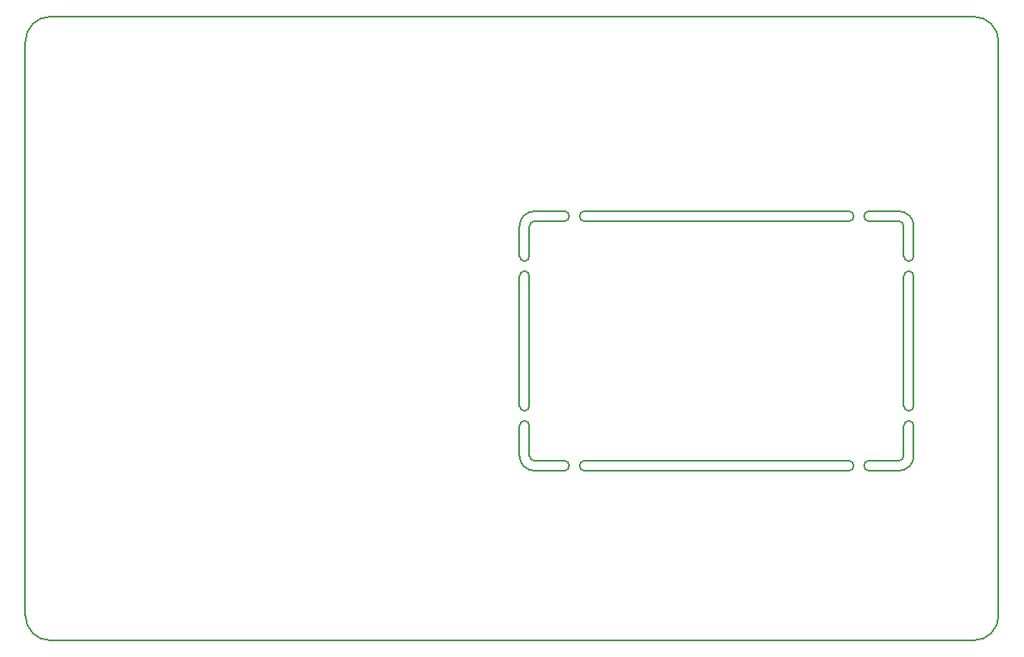
<source format=gko>
G04 Layer_Color=16711935*
%FSLAX44Y44*%
%MOMM*%
G71*
G01*
G75*
%ADD33C,0.2000*%
D33*
X822960Y436880D02*
G03*
X817880Y431800I-0J-5080D01*
G01*
X1097280Y431800D02*
G03*
X1092200Y436880I-5080J0D01*
G01*
Y426720D02*
G03*
X1097280Y431800I-0J5080D01*
G01*
X817880Y431800D02*
G03*
X822960Y426720I5080J0D01*
G01*
X1153160Y629920D02*
G03*
X1148080Y624840I0J-5080D01*
G01*
X1148080Y492760D02*
G03*
X1153160Y487680I5080J0D01*
G01*
D02*
G03*
X1158240Y492760I0J5080D01*
G01*
Y624840D02*
G03*
X1153160Y629920I-5080J-0D01*
G01*
X762000Y629920D02*
G03*
X756920Y624840I-0J-5080D01*
G01*
X756920Y492760D02*
G03*
X762000Y487680I5080J-0D01*
G01*
D02*
G03*
X767080Y492760I0J5080D01*
G01*
X767080Y624840D02*
G03*
X762000Y629920I-5080J0D01*
G01*
X1107440Y431800D02*
G03*
X1112520Y426720I5080J-0D01*
G01*
X1112520Y436880D02*
G03*
X1107440Y431800I0J-5080D01*
G01*
X1143000Y436880D02*
G03*
X1148080Y441960I0J5080D01*
G01*
X1153160Y477520D02*
G03*
X1148080Y472440I0J-5080D01*
G01*
X1158240Y472440D02*
G03*
X1153160Y477520I-5080J0D01*
G01*
X1143000Y426720D02*
G03*
X1158240Y441960I0J15240D01*
G01*
X762000Y477520D02*
G03*
X756920Y472440I-0J-5080D01*
G01*
X767080Y472440D02*
G03*
X762000Y477520I-5080J0D01*
G01*
X767080Y441960D02*
G03*
X772160Y436880I5080J-0D01*
G01*
X807720Y431800D02*
G03*
X802640Y436880I-5080J-0D01*
G01*
X802640Y426720D02*
G03*
X807720Y431800I0J5080D01*
G01*
X756920Y441960D02*
G03*
X772160Y426720I15240J-0D01*
G01*
X822960Y690880D02*
G03*
X817880Y685800I-0J-5080D01*
G01*
X1097280Y685800D02*
G03*
X1092200Y690880I-5080J0D01*
G01*
Y680720D02*
G03*
X1097280Y685800I0J5080D01*
G01*
X817880Y685800D02*
G03*
X822960Y680720I5080J0D01*
G01*
X1153160Y640080D02*
G03*
X1158240Y645160I0J5080D01*
G01*
X1148080Y645160D02*
G03*
X1153160Y640080I5080J0D01*
G01*
X1148080Y675640D02*
G03*
X1143000Y680720I-5080J0D01*
G01*
X1107440Y685800D02*
G03*
X1112520Y680720I5080J0D01*
G01*
X1112520Y690880D02*
G03*
X1107440Y685800I0J-5080D01*
G01*
X1158240Y675640D02*
G03*
X1143000Y690880I-15240J0D01*
G01*
X807720Y685800D02*
G03*
X802640Y690880I-5080J0D01*
G01*
X802640Y680720D02*
G03*
X807720Y685800I0J5080D01*
G01*
X772160Y680720D02*
G03*
X767080Y675640I-0J-5080D01*
G01*
X762000Y640080D02*
G03*
X767080Y645160I-0J5080D01*
G01*
X756920Y645160D02*
G03*
X762000Y640080I5080J0D01*
G01*
X772160Y690880D02*
G03*
X756920Y675640I-0J-15240D01*
G01*
X254000Y279400D02*
G03*
X279400Y254000I25400J-0D01*
G01*
X279400Y889000D02*
G03*
X254000Y863600I-0J-25400D01*
G01*
X1244600Y863600D02*
G03*
X1219200Y889000I-25400J-0D01*
G01*
X1219200Y254000D02*
G03*
X1244600Y279400I0J25400D01*
G01*
X822960Y436880D02*
X1092200Y436880D01*
X822960Y426720D02*
X1092200D01*
X1148080Y624840D02*
X1148080Y492760D01*
X1158240Y492760D02*
Y624840D01*
X756920Y624840D02*
X756920Y492760D01*
X767080Y624840D02*
X767080Y492760D01*
X1112520Y436880D02*
X1143000D01*
X1148080Y472440D02*
X1148080Y441960D01*
X1158240Y441960D02*
X1158240Y472440D01*
X1112520Y426720D02*
X1143000Y426720D01*
X767080Y441960D02*
Y472440D01*
X772160Y436880D02*
X802640Y436880D01*
X772160Y426720D02*
X802640Y426720D01*
X756920Y441960D02*
X756920Y472440D01*
X822960Y690880D02*
X1092200D01*
X822960Y680720D02*
X1092200D01*
X1148080Y645160D02*
Y675640D01*
X1112520Y680720D02*
X1143000Y680720D01*
X1112520Y690880D02*
X1143000Y690880D01*
X1158240Y645160D02*
X1158240Y675640D01*
X772160Y680720D02*
X802640D01*
X767080Y675640D02*
X767080Y645160D01*
X756920Y645160D02*
X756920Y675640D01*
X772160Y690880D02*
X802640Y690880D01*
X254000Y279400D02*
Y863600D01*
X279400Y889000D02*
X1219200Y889000D01*
X1244600Y279400D02*
X1244600Y863600D01*
X279400Y254000D02*
X1219200D01*
M02*

</source>
